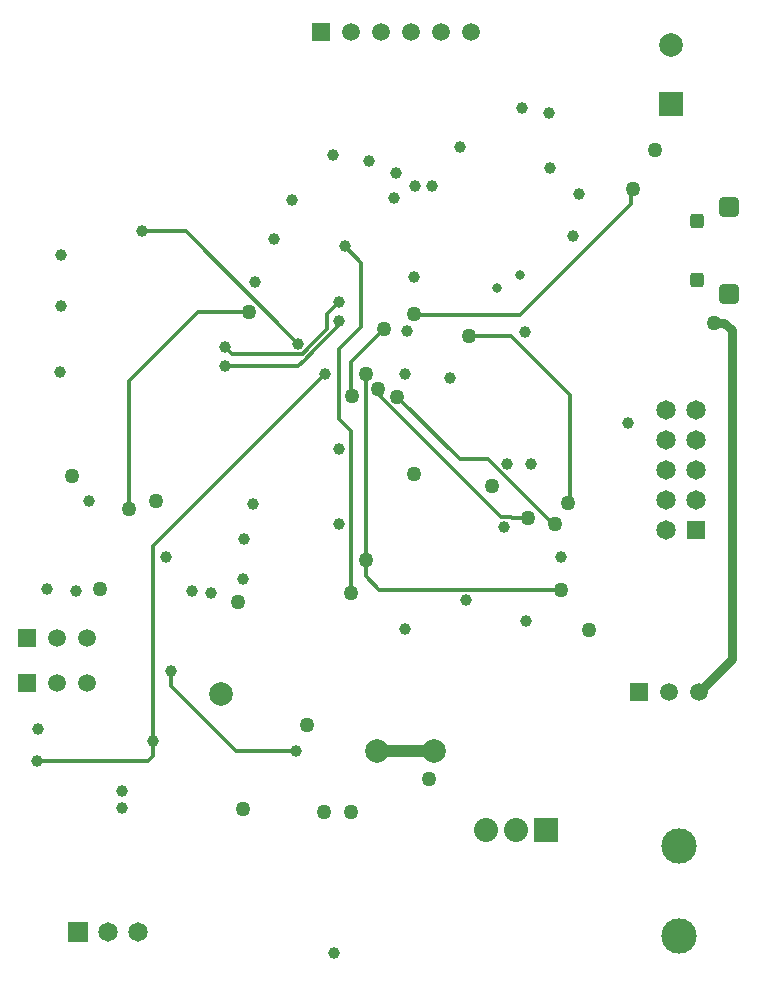
<source format=gbl>
G04*
G04 #@! TF.GenerationSoftware,Altium Limited,Altium Designer,23.11.1 (41)*
G04*
G04 Layer_Physical_Order=4*
G04 Layer_Color=16711680*
%FSLAX25Y25*%
%MOIN*%
G70*
G04*
G04 #@! TF.SameCoordinates,5FF802D6-143A-4804-846E-93AAEE263E3C*
G04*
G04*
G04 #@! TF.FilePolarity,Positive*
G04*
G01*
G75*
%ADD13C,0.03150*%
%ADD18C,0.01181*%
%ADD108C,0.03937*%
%ADD109C,0.06496*%
%ADD110R,0.06496X0.06496*%
G04:AMPARAMS|DCode=111|XSize=49.21mil|YSize=47.24mil|CornerRadius=11.81mil|HoleSize=0mil|Usage=FLASHONLY|Rotation=90.000|XOffset=0mil|YOffset=0mil|HoleType=Round|Shape=RoundedRectangle|*
%AMROUNDEDRECTD111*
21,1,0.04921,0.02362,0,0,90.0*
21,1,0.02559,0.04724,0,0,90.0*
1,1,0.02362,0.01181,0.01280*
1,1,0.02362,0.01181,-0.01280*
1,1,0.02362,-0.01181,-0.01280*
1,1,0.02362,-0.01181,0.01280*
%
%ADD111ROUNDEDRECTD111*%
G04:AMPARAMS|DCode=112|XSize=68.9mil|YSize=68.9mil|CornerRadius=17.22mil|HoleSize=0mil|Usage=FLASHONLY|Rotation=90.000|XOffset=0mil|YOffset=0mil|HoleType=Round|Shape=RoundedRectangle|*
%AMROUNDEDRECTD112*
21,1,0.06890,0.03445,0,0,90.0*
21,1,0.03445,0.06890,0,0,90.0*
1,1,0.03445,0.01722,0.01722*
1,1,0.03445,0.01722,-0.01722*
1,1,0.03445,-0.01722,-0.01722*
1,1,0.03445,-0.01722,0.01722*
%
%ADD112ROUNDEDRECTD112*%
%ADD113C,0.07874*%
%ADD114R,0.07874X0.07874*%
%ADD115C,0.08000*%
%ADD116R,0.08000X0.08000*%
%ADD117C,0.05906*%
%ADD118R,0.05906X0.05906*%
%ADD119C,0.11811*%
%ADD120R,0.06500X0.06500*%
%ADD121C,0.06500*%
%ADD122C,0.03937*%
%ADD123C,0.05000*%
%ADD124C,0.03150*%
D13*
X242500Y224000D02*
X245000Y221500D01*
X239000Y224000D02*
X242500D01*
X245000Y112000D02*
Y221500D01*
X234000Y101000D02*
X245000Y112000D01*
D18*
X167953Y159346D02*
X171421D01*
X171767Y159000D01*
X177000D01*
X128000Y199299D02*
X167953Y159346D01*
X116000Y249500D02*
X121500Y244000D01*
Y222500D02*
Y244000D01*
X114122Y191878D02*
Y215122D01*
X121500Y222500D01*
X118000Y199500D02*
Y211000D01*
X129000Y222000D01*
X128000Y199299D02*
Y199399D01*
X127731Y199668D02*
X128000Y199399D01*
X127731Y199668D02*
Y201269D01*
X127000Y202000D02*
X127731Y201269D01*
X154283Y178500D02*
X163767D01*
X133392Y199392D02*
X154283Y178500D01*
X114122Y191878D02*
X118000Y188000D01*
Y134000D02*
Y188000D01*
X44000Y204500D02*
X67000Y227500D01*
X84000D01*
X48500Y254500D02*
X63000D01*
X100508Y216992D01*
X185267Y157000D02*
X186000D01*
X163767Y178500D02*
X185267Y157000D01*
X157500Y219500D02*
X171500D01*
X191000Y200000D01*
Y165000D02*
Y200000D01*
X139500Y226500D02*
X174500D01*
X211411Y263411D02*
Y267911D01*
X174500Y226500D02*
X211411Y263411D01*
Y267911D02*
X212000Y268500D01*
X105823Y214790D02*
Y214807D01*
X103855Y215622D02*
X110000Y221767D01*
X100516Y209500D02*
X102693Y211677D01*
X78347Y213653D02*
X99114D01*
X99122Y213645D02*
X101894D01*
X103855Y215606D01*
X105823Y214807D02*
X113473Y222456D01*
X99114Y213653D02*
X99122Y213645D01*
X102693Y211677D02*
X102710D01*
X103855Y215606D02*
Y215622D01*
X102710Y211677D02*
X105823Y214790D01*
X76000Y216000D02*
X78347Y213653D01*
X76000Y209500D02*
X100516D01*
X110000Y227000D02*
X114000Y231000D01*
X110000Y221767D02*
Y227000D01*
X113473Y223973D02*
X114000Y224500D01*
X113473Y222456D02*
Y223973D01*
X44000Y163000D02*
Y204500D01*
X127500Y135000D02*
X188000D01*
X13500Y78000D02*
X13740Y77760D01*
X50240D01*
X52000Y79520D01*
X118000Y199500D02*
X118500Y199000D01*
X52000Y149500D02*
X109500Y207000D01*
X52000Y84500D02*
Y149500D01*
X58106Y102894D02*
X79685Y81315D01*
X99685D01*
X58106Y102894D02*
Y107894D01*
X139000Y227000D02*
X139500Y226500D01*
X52000Y79520D02*
Y83000D01*
X123000Y139500D02*
Y145000D01*
Y139500D02*
X127500Y135000D01*
X123000Y145000D02*
Y207000D01*
D108*
X126685Y81315D02*
X145685D01*
D109*
X223000Y195000D02*
D03*
X233000D02*
D03*
X223000Y185000D02*
D03*
X233000D02*
D03*
X223000Y165000D02*
D03*
X233000D02*
D03*
X223000Y155000D02*
D03*
X233000Y175000D02*
D03*
X223000D02*
D03*
D110*
X233000Y155000D02*
D03*
D111*
X233370Y238221D02*
D03*
Y257906D02*
D03*
D112*
X244000Y233496D02*
D03*
Y262630D02*
D03*
D113*
X224803Y316535D02*
D03*
X145685Y81315D02*
D03*
X126685D02*
D03*
X74803Y100394D02*
D03*
D114*
X224803Y296850D02*
D03*
D115*
X173000Y55000D02*
D03*
X163000D02*
D03*
D116*
X183000D02*
D03*
D117*
X148000Y321000D02*
D03*
X138000D02*
D03*
X128000D02*
D03*
X118000D02*
D03*
X158000D02*
D03*
X30000Y119000D02*
D03*
X20000D02*
D03*
X224000Y101000D02*
D03*
X234000D02*
D03*
X20000Y104000D02*
D03*
X30000D02*
D03*
D118*
X108000Y321000D02*
D03*
X10000Y119000D02*
D03*
X214000Y101000D02*
D03*
X10000Y104000D02*
D03*
D119*
X227500Y19500D02*
D03*
Y49500D02*
D03*
D120*
X27000Y21000D02*
D03*
D121*
X37000D02*
D03*
X47000D02*
D03*
D122*
X124000Y278000D02*
D03*
X169000Y156000D02*
D03*
X21000Y207500D02*
D03*
X85500Y163500D02*
D03*
X92500Y252000D02*
D03*
X139193Y269500D02*
D03*
X132500Y265500D02*
D03*
X116000Y249500D02*
D03*
X151000Y205500D02*
D03*
X136000Y207000D02*
D03*
X82500Y152000D02*
D03*
X82000Y138500D02*
D03*
X175000Y295500D02*
D03*
X184000Y294000D02*
D03*
X176500Y124500D02*
D03*
X114000Y182000D02*
D03*
X21500Y229500D02*
D03*
X65000Y134500D02*
D03*
X71500Y134000D02*
D03*
X176000Y221000D02*
D03*
X133000Y274000D02*
D03*
X184500Y275500D02*
D03*
X145000Y269500D02*
D03*
X86000Y237500D02*
D03*
X21500Y246500D02*
D03*
X100508Y216992D02*
D03*
X76000Y216000D02*
D03*
Y209500D02*
D03*
X48500Y254500D02*
D03*
X114000Y224500D02*
D03*
X13500Y78000D02*
D03*
X210500Y190500D02*
D03*
X56500Y146000D02*
D03*
X98500Y265000D02*
D03*
X109500Y207000D02*
D03*
X192171Y252829D02*
D03*
X194000Y267000D02*
D03*
X52000Y84500D02*
D03*
X41744Y62244D02*
D03*
X41756Y67756D02*
D03*
X13744Y88500D02*
D03*
X156500Y131500D02*
D03*
X170000Y177000D02*
D03*
X178000D02*
D03*
X139119Y239387D02*
D03*
X188000Y146000D02*
D03*
X136000Y122000D02*
D03*
X112524Y14000D02*
D03*
X99685Y81315D02*
D03*
X58106Y107894D02*
D03*
X114000Y231000D02*
D03*
Y157000D02*
D03*
X112000Y280000D02*
D03*
X154500Y282500D02*
D03*
X136811Y221189D02*
D03*
X30528Y164693D02*
D03*
X26500Y134500D02*
D03*
X16748Y135165D02*
D03*
D123*
X197500Y121500D02*
D03*
X165000Y169500D02*
D03*
X133392Y199392D02*
D03*
X190500Y164000D02*
D03*
X177000Y159000D02*
D03*
X84000Y227500D02*
D03*
X44000Y162000D02*
D03*
X80500Y131000D02*
D03*
X34500Y135272D02*
D03*
X157500Y219500D02*
D03*
X53000Y164500D02*
D03*
X118000Y134000D02*
D03*
X239000Y224000D02*
D03*
X188000Y135000D02*
D03*
X118500Y199500D02*
D03*
X139000Y173500D02*
D03*
X212000Y268500D02*
D03*
X219500Y281500D02*
D03*
X139000Y227000D02*
D03*
X129000Y222000D02*
D03*
X25000Y173000D02*
D03*
X103350Y89850D02*
D03*
X82000Y62000D02*
D03*
X109000Y61000D02*
D03*
X118000D02*
D03*
X123000Y207000D02*
D03*
X127000Y202000D02*
D03*
X186000Y157000D02*
D03*
X123000Y145000D02*
D03*
X144000Y72000D02*
D03*
D124*
X174500Y240000D02*
D03*
X166536Y235662D02*
D03*
M02*

</source>
